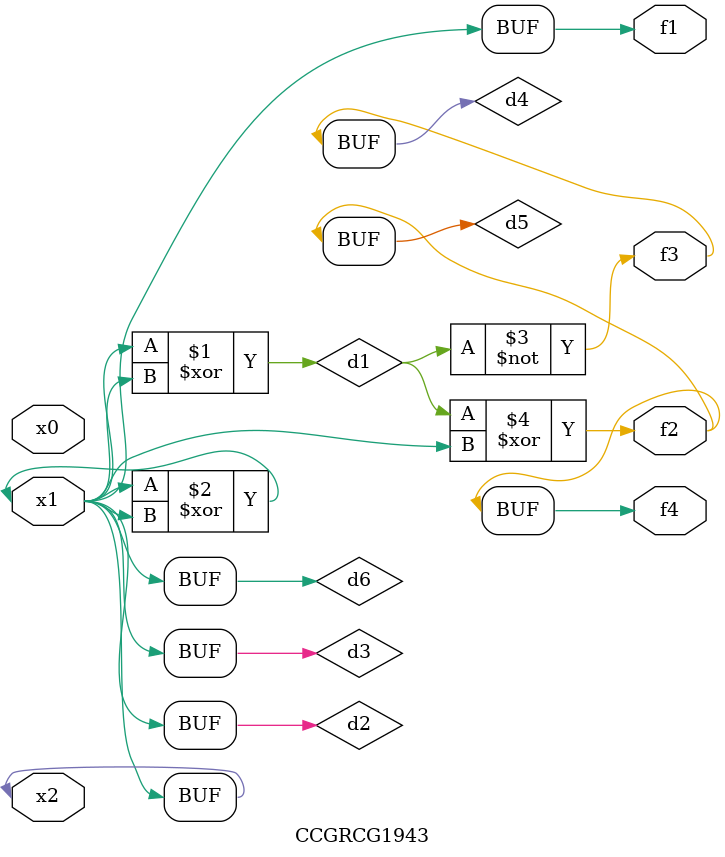
<source format=v>
module CCGRCG1943(
	input x0, x1, x2,
	output f1, f2, f3, f4
);

	wire d1, d2, d3, d4, d5, d6;

	xor (d1, x1, x2);
	buf (d2, x1, x2);
	xor (d3, x1, x2);
	nor (d4, d1);
	xor (d5, d1, d2);
	buf (d6, d2, d3);
	assign f1 = d6;
	assign f2 = d5;
	assign f3 = d4;
	assign f4 = d5;
endmodule

</source>
